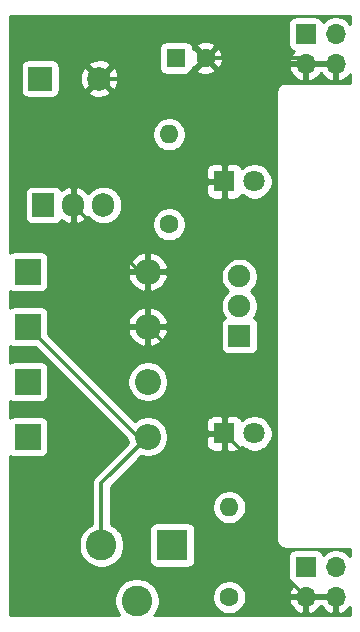
<source format=gbl>
%TF.GenerationSoftware,KiCad,Pcbnew,(5.1.6-0-10_14)*%
%TF.CreationDate,2020-11-27T13:54:23+01:00*%
%TF.ProjectId,Power_supply,506f7765-725f-4737-9570-706c792e6b69,rev?*%
%TF.SameCoordinates,Original*%
%TF.FileFunction,Copper,L2,Bot*%
%TF.FilePolarity,Positive*%
%FSLAX46Y46*%
G04 Gerber Fmt 4.6, Leading zero omitted, Abs format (unit mm)*
G04 Created by KiCad (PCBNEW (5.1.6-0-10_14)) date 2020-11-27 13:54:23*
%MOMM*%
%LPD*%
G01*
G04 APERTURE LIST*
%TA.AperFunction,ComponentPad*%
%ADD10R,2.000000X2.000000*%
%TD*%
%TA.AperFunction,ComponentPad*%
%ADD11C,2.000000*%
%TD*%
%TA.AperFunction,ComponentPad*%
%ADD12R,1.600000X1.600000*%
%TD*%
%TA.AperFunction,ComponentPad*%
%ADD13C,1.600000*%
%TD*%
%TA.AperFunction,ComponentPad*%
%ADD14R,2.200000X2.200000*%
%TD*%
%TA.AperFunction,ComponentPad*%
%ADD15O,2.200000X2.200000*%
%TD*%
%TA.AperFunction,ComponentPad*%
%ADD16C,1.800000*%
%TD*%
%TA.AperFunction,ComponentPad*%
%ADD17R,1.800000X1.800000*%
%TD*%
%TA.AperFunction,ComponentPad*%
%ADD18R,2.600000X2.600000*%
%TD*%
%TA.AperFunction,ComponentPad*%
%ADD19C,2.600000*%
%TD*%
%TA.AperFunction,ComponentPad*%
%ADD20R,1.700000X1.700000*%
%TD*%
%TA.AperFunction,ComponentPad*%
%ADD21O,1.700000X1.700000*%
%TD*%
%TA.AperFunction,ComponentPad*%
%ADD22O,1.600000X1.600000*%
%TD*%
%TA.AperFunction,ComponentPad*%
%ADD23R,1.900000X1.900000*%
%TD*%
%TA.AperFunction,ComponentPad*%
%ADD24C,1.900000*%
%TD*%
%TA.AperFunction,ComponentPad*%
%ADD25R,1.905000X2.000000*%
%TD*%
%TA.AperFunction,ComponentPad*%
%ADD26O,1.905000X2.000000*%
%TD*%
%TA.AperFunction,Conductor*%
%ADD27C,0.300000*%
%TD*%
%TA.AperFunction,Conductor*%
%ADD28C,0.254000*%
%TD*%
G04 APERTURE END LIST*
D10*
%TO.P,C1,1*%
%TO.N,/Vin*%
X121320000Y-87230000D03*
D11*
%TO.P,C1,2*%
%TO.N,/V-*%
X126320000Y-87230000D03*
%TD*%
D12*
%TO.P,C2,1*%
%TO.N,/Vout1*%
X132830000Y-85490000D03*
D13*
%TO.P,C2,2*%
%TO.N,/V-*%
X135330000Y-85490000D03*
%TD*%
D14*
%TO.P,D1,1*%
%TO.N,/Vin*%
X120260000Y-112893332D03*
D15*
%TO.P,D1,2*%
%TO.N,Net-(D1-Pad2)*%
X130420000Y-112893332D03*
%TD*%
%TO.P,D2,2*%
%TO.N,/V-*%
X130420000Y-103580000D03*
D14*
%TO.P,D2,1*%
%TO.N,Net-(D1-Pad2)*%
X120260000Y-103580000D03*
%TD*%
D15*
%TO.P,D3,2*%
%TO.N,Net-(D3-Pad2)*%
X130420000Y-117550000D03*
D14*
%TO.P,D3,1*%
%TO.N,/Vin*%
X120260000Y-117550000D03*
%TD*%
D15*
%TO.P,D4,2*%
%TO.N,/V-*%
X130420000Y-108236666D03*
D14*
%TO.P,D4,1*%
%TO.N,Net-(D3-Pad2)*%
X120260000Y-108236666D03*
%TD*%
D16*
%TO.P,D5,2*%
%TO.N,Net-(D5-Pad2)*%
X139455000Y-95940000D03*
D17*
%TO.P,D5,1*%
%TO.N,/V-*%
X136915000Y-95940000D03*
%TD*%
%TO.P,D6,1*%
%TO.N,/V-*%
X136915000Y-117280000D03*
D16*
%TO.P,D6,2*%
%TO.N,Net-(D6-Pad2)*%
X139455000Y-117280000D03*
%TD*%
D18*
%TO.P,J1,1*%
%TO.N,Net-(D1-Pad2)*%
X132500000Y-126730000D03*
D19*
%TO.P,J1,2*%
%TO.N,Net-(D3-Pad2)*%
X126500000Y-126730000D03*
%TO.P,J1,3*%
%TO.N,Net-(J1-Pad3)*%
X129500000Y-131430000D03*
%TD*%
D20*
%TO.P,J2,1*%
%TO.N,/Vout2*%
X143800000Y-83460000D03*
D21*
%TO.P,J2,2*%
X146340000Y-83460000D03*
%TO.P,J2,3*%
%TO.N,/V-*%
X143800000Y-86000000D03*
%TO.P,J2,4*%
X146340000Y-86000000D03*
%TD*%
%TO.P,J3,4*%
%TO.N,/V-*%
X146340000Y-131100000D03*
%TO.P,J3,3*%
X143800000Y-131100000D03*
%TO.P,J3,2*%
%TO.N,/Vout2*%
X146340000Y-128560000D03*
D20*
%TO.P,J3,1*%
X143800000Y-128560000D03*
%TD*%
D22*
%TO.P,R1,2*%
%TO.N,Net-(D5-Pad2)*%
X132240000Y-91960000D03*
D13*
%TO.P,R1,1*%
%TO.N,/Vout1*%
X132240000Y-99580000D03*
%TD*%
%TO.P,R2,1*%
%TO.N,/Vout2*%
X137330000Y-131150000D03*
D22*
%TO.P,R2,2*%
%TO.N,Net-(D6-Pad2)*%
X137330000Y-123530000D03*
%TD*%
D23*
%TO.P,SW1,1*%
%TO.N,/Vout2*%
X138190000Y-108990000D03*
D24*
%TO.P,SW1,2*%
%TO.N,/Vout1*%
X138190000Y-106490000D03*
%TO.P,SW1,3*%
%TO.N,Net-(SW1-Pad3)*%
X138190000Y-103990000D03*
%TD*%
D25*
%TO.P,U1,1*%
%TO.N,/Vin*%
X121590000Y-97940000D03*
D26*
%TO.P,U1,2*%
%TO.N,/V-*%
X124130000Y-97940000D03*
%TO.P,U1,3*%
%TO.N,/Vout1*%
X126670000Y-97940000D03*
%TD*%
D27*
%TO.N,/V-*%
X143800000Y-131100000D02*
X146340000Y-131100000D01*
X143800000Y-131100000D02*
X140460000Y-127760000D01*
X140460000Y-120825000D02*
X136915000Y-117280000D01*
X140460000Y-127760000D02*
X140460000Y-120825000D01*
X136915000Y-114731666D02*
X130420000Y-108236666D01*
X136915000Y-117280000D02*
X136915000Y-114731666D01*
X130420000Y-108236666D02*
X130420000Y-103580000D01*
X129770000Y-103580000D02*
X124130000Y-97940000D01*
X130420000Y-103580000D02*
X129770000Y-103580000D01*
X136915000Y-98640634D02*
X136915000Y-95940000D01*
X131975634Y-103580000D02*
X136915000Y-98640634D01*
X130420000Y-103580000D02*
X131975634Y-103580000D01*
X124130000Y-89420000D02*
X126320000Y-87230000D01*
X124130000Y-97940000D02*
X124130000Y-89420000D01*
X135240002Y-85490000D02*
X135330000Y-85490000D01*
X133500002Y-87230000D02*
X135240002Y-85490000D01*
X126320000Y-87230000D02*
X133500002Y-87230000D01*
X143290000Y-85490000D02*
X143800000Y-86000000D01*
X135330000Y-85490000D02*
X143290000Y-85490000D01*
X143800000Y-86000000D02*
X146340000Y-86000000D01*
%TO.N,Net-(D3-Pad2)*%
X126500000Y-121470000D02*
X130420000Y-117550000D01*
X126500000Y-126730000D02*
X126500000Y-121470000D01*
X129573334Y-117550000D02*
X120260000Y-108236666D01*
X130420000Y-117550000D02*
X129573334Y-117550000D01*
%TD*%
D28*
%TO.N,/V-*%
G36*
X147549000Y-82596467D02*
G01*
X147493475Y-82513368D01*
X147286632Y-82306525D01*
X147043411Y-82144010D01*
X146773158Y-82032068D01*
X146486260Y-81975000D01*
X146193740Y-81975000D01*
X145906842Y-82032068D01*
X145636589Y-82144010D01*
X145393368Y-82306525D01*
X145261513Y-82438380D01*
X145239502Y-82365820D01*
X145180537Y-82255506D01*
X145101185Y-82158815D01*
X145004494Y-82079463D01*
X144894180Y-82020498D01*
X144774482Y-81984188D01*
X144650000Y-81971928D01*
X142950000Y-81971928D01*
X142825518Y-81984188D01*
X142705820Y-82020498D01*
X142595506Y-82079463D01*
X142498815Y-82158815D01*
X142419463Y-82255506D01*
X142360498Y-82365820D01*
X142324188Y-82485518D01*
X142311928Y-82610000D01*
X142311928Y-84310000D01*
X142324188Y-84434482D01*
X142360498Y-84554180D01*
X142419463Y-84664494D01*
X142498815Y-84761185D01*
X142595506Y-84840537D01*
X142705820Y-84899502D01*
X142786466Y-84923966D01*
X142702412Y-84999731D01*
X142528359Y-85233080D01*
X142403175Y-85495901D01*
X142358524Y-85643110D01*
X142479845Y-85873000D01*
X143673000Y-85873000D01*
X143673000Y-85853000D01*
X143927000Y-85853000D01*
X143927000Y-85873000D01*
X146213000Y-85873000D01*
X146213000Y-85853000D01*
X146467000Y-85853000D01*
X146467000Y-85873000D01*
X146487000Y-85873000D01*
X146487000Y-86127000D01*
X146467000Y-86127000D01*
X146467000Y-87320814D01*
X146696891Y-87441481D01*
X146971252Y-87344157D01*
X147221355Y-87195178D01*
X147437588Y-87000269D01*
X147549001Y-86850900D01*
X147549001Y-87605000D01*
X142018419Y-87605000D01*
X141986000Y-87601807D01*
X141953581Y-87605000D01*
X141856617Y-87614550D01*
X141732207Y-87652290D01*
X141617550Y-87713575D01*
X141517052Y-87796052D01*
X141434575Y-87896550D01*
X141373290Y-88011207D01*
X141335550Y-88135617D01*
X141322807Y-88265000D01*
X141326000Y-88297419D01*
X141326001Y-126332571D01*
X141322807Y-126365000D01*
X141335550Y-126494383D01*
X141373290Y-126618793D01*
X141434575Y-126733450D01*
X141517052Y-126833948D01*
X141617550Y-126916425D01*
X141732207Y-126977710D01*
X141856617Y-127015450D01*
X141953581Y-127025000D01*
X141986000Y-127028193D01*
X142018419Y-127025000D01*
X147549001Y-127025000D01*
X147549001Y-127696468D01*
X147493475Y-127613368D01*
X147286632Y-127406525D01*
X147043411Y-127244010D01*
X146773158Y-127132068D01*
X146486260Y-127075000D01*
X146193740Y-127075000D01*
X145906842Y-127132068D01*
X145636589Y-127244010D01*
X145393368Y-127406525D01*
X145261513Y-127538380D01*
X145239502Y-127465820D01*
X145180537Y-127355506D01*
X145101185Y-127258815D01*
X145004494Y-127179463D01*
X144894180Y-127120498D01*
X144774482Y-127084188D01*
X144650000Y-127071928D01*
X142950000Y-127071928D01*
X142825518Y-127084188D01*
X142705820Y-127120498D01*
X142595506Y-127179463D01*
X142498815Y-127258815D01*
X142419463Y-127355506D01*
X142360498Y-127465820D01*
X142324188Y-127585518D01*
X142311928Y-127710000D01*
X142311928Y-129410000D01*
X142324188Y-129534482D01*
X142360498Y-129654180D01*
X142419463Y-129764494D01*
X142498815Y-129861185D01*
X142595506Y-129940537D01*
X142705820Y-129999502D01*
X142786466Y-130023966D01*
X142702412Y-130099731D01*
X142528359Y-130333080D01*
X142403175Y-130595901D01*
X142358524Y-130743110D01*
X142479845Y-130973000D01*
X143673000Y-130973000D01*
X143673000Y-130953000D01*
X143927000Y-130953000D01*
X143927000Y-130973000D01*
X146213000Y-130973000D01*
X146213000Y-130953000D01*
X146467000Y-130953000D01*
X146467000Y-130973000D01*
X146487000Y-130973000D01*
X146487000Y-131227000D01*
X146467000Y-131227000D01*
X146467000Y-132420814D01*
X146696891Y-132541481D01*
X146971252Y-132444157D01*
X147221355Y-132295178D01*
X147437588Y-132100269D01*
X147549000Y-131950901D01*
X147549000Y-132690000D01*
X130976504Y-132690000D01*
X131003013Y-132663491D01*
X131214775Y-132346566D01*
X131360639Y-131994419D01*
X131435000Y-131620581D01*
X131435000Y-131239419D01*
X131389101Y-131008665D01*
X135895000Y-131008665D01*
X135895000Y-131291335D01*
X135950147Y-131568574D01*
X136058320Y-131829727D01*
X136215363Y-132064759D01*
X136415241Y-132264637D01*
X136650273Y-132421680D01*
X136911426Y-132529853D01*
X137188665Y-132585000D01*
X137471335Y-132585000D01*
X137748574Y-132529853D01*
X138009727Y-132421680D01*
X138244759Y-132264637D01*
X138444637Y-132064759D01*
X138601680Y-131829727D01*
X138709853Y-131568574D01*
X138732068Y-131456890D01*
X142358524Y-131456890D01*
X142403175Y-131604099D01*
X142528359Y-131866920D01*
X142702412Y-132100269D01*
X142918645Y-132295178D01*
X143168748Y-132444157D01*
X143443109Y-132541481D01*
X143673000Y-132420814D01*
X143673000Y-131227000D01*
X143927000Y-131227000D01*
X143927000Y-132420814D01*
X144156891Y-132541481D01*
X144431252Y-132444157D01*
X144681355Y-132295178D01*
X144897588Y-132100269D01*
X145070000Y-131869120D01*
X145242412Y-132100269D01*
X145458645Y-132295178D01*
X145708748Y-132444157D01*
X145983109Y-132541481D01*
X146213000Y-132420814D01*
X146213000Y-131227000D01*
X143927000Y-131227000D01*
X143673000Y-131227000D01*
X142479845Y-131227000D01*
X142358524Y-131456890D01*
X138732068Y-131456890D01*
X138765000Y-131291335D01*
X138765000Y-131008665D01*
X138709853Y-130731426D01*
X138601680Y-130470273D01*
X138444637Y-130235241D01*
X138244759Y-130035363D01*
X138009727Y-129878320D01*
X137748574Y-129770147D01*
X137471335Y-129715000D01*
X137188665Y-129715000D01*
X136911426Y-129770147D01*
X136650273Y-129878320D01*
X136415241Y-130035363D01*
X136215363Y-130235241D01*
X136058320Y-130470273D01*
X135950147Y-130731426D01*
X135895000Y-131008665D01*
X131389101Y-131008665D01*
X131360639Y-130865581D01*
X131214775Y-130513434D01*
X131003013Y-130196509D01*
X130733491Y-129926987D01*
X130416566Y-129715225D01*
X130064419Y-129569361D01*
X129690581Y-129495000D01*
X129309419Y-129495000D01*
X128935581Y-129569361D01*
X128583434Y-129715225D01*
X128266509Y-129926987D01*
X127996987Y-130196509D01*
X127785225Y-130513434D01*
X127639361Y-130865581D01*
X127565000Y-131239419D01*
X127565000Y-131620581D01*
X127639361Y-131994419D01*
X127785225Y-132346566D01*
X127996987Y-132663491D01*
X128023496Y-132690000D01*
X118770000Y-132690000D01*
X118770000Y-119151398D01*
X118805506Y-119180537D01*
X118915820Y-119239502D01*
X119035518Y-119275812D01*
X119160000Y-119288072D01*
X121360000Y-119288072D01*
X121484482Y-119275812D01*
X121604180Y-119239502D01*
X121714494Y-119180537D01*
X121811185Y-119101185D01*
X121890537Y-119004494D01*
X121949502Y-118894180D01*
X121985812Y-118774482D01*
X121998072Y-118650000D01*
X121998072Y-116450000D01*
X121985812Y-116325518D01*
X121949502Y-116205820D01*
X121890537Y-116095506D01*
X121811185Y-115998815D01*
X121714494Y-115919463D01*
X121604180Y-115860498D01*
X121484482Y-115824188D01*
X121360000Y-115811928D01*
X119160000Y-115811928D01*
X119035518Y-115824188D01*
X118915820Y-115860498D01*
X118805506Y-115919463D01*
X118770000Y-115948602D01*
X118770000Y-114494730D01*
X118805506Y-114523869D01*
X118915820Y-114582834D01*
X119035518Y-114619144D01*
X119160000Y-114631404D01*
X121360000Y-114631404D01*
X121484482Y-114619144D01*
X121604180Y-114582834D01*
X121714494Y-114523869D01*
X121811185Y-114444517D01*
X121890537Y-114347826D01*
X121949502Y-114237512D01*
X121985812Y-114117814D01*
X121998072Y-113993332D01*
X121998072Y-111793332D01*
X121985812Y-111668850D01*
X121949502Y-111549152D01*
X121890537Y-111438838D01*
X121811185Y-111342147D01*
X121714494Y-111262795D01*
X121604180Y-111203830D01*
X121484482Y-111167520D01*
X121360000Y-111155260D01*
X119160000Y-111155260D01*
X119035518Y-111167520D01*
X118915820Y-111203830D01*
X118805506Y-111262795D01*
X118770000Y-111291934D01*
X118770000Y-109838064D01*
X118805506Y-109867203D01*
X118915820Y-109926168D01*
X119035518Y-109962478D01*
X119160000Y-109974738D01*
X120887915Y-109974738D01*
X128697649Y-117784473D01*
X128751675Y-118056081D01*
X128766931Y-118092912D01*
X125972185Y-120887658D01*
X125942237Y-120912236D01*
X125917659Y-120942184D01*
X125917655Y-120942188D01*
X125884690Y-120982356D01*
X125844139Y-121031767D01*
X125805177Y-121104660D01*
X125771246Y-121168141D01*
X125726359Y-121316114D01*
X125711203Y-121470000D01*
X125715001Y-121508563D01*
X125715000Y-124960728D01*
X125583434Y-125015225D01*
X125266509Y-125226987D01*
X124996987Y-125496509D01*
X124785225Y-125813434D01*
X124639361Y-126165581D01*
X124565000Y-126539419D01*
X124565000Y-126920581D01*
X124639361Y-127294419D01*
X124785225Y-127646566D01*
X124996987Y-127963491D01*
X125266509Y-128233013D01*
X125583434Y-128444775D01*
X125935581Y-128590639D01*
X126309419Y-128665000D01*
X126690581Y-128665000D01*
X127064419Y-128590639D01*
X127416566Y-128444775D01*
X127733491Y-128233013D01*
X128003013Y-127963491D01*
X128214775Y-127646566D01*
X128360639Y-127294419D01*
X128435000Y-126920581D01*
X128435000Y-126539419D01*
X128360639Y-126165581D01*
X128214775Y-125813434D01*
X128003013Y-125496509D01*
X127936504Y-125430000D01*
X130561928Y-125430000D01*
X130561928Y-128030000D01*
X130574188Y-128154482D01*
X130610498Y-128274180D01*
X130669463Y-128384494D01*
X130748815Y-128481185D01*
X130845506Y-128560537D01*
X130955820Y-128619502D01*
X131075518Y-128655812D01*
X131200000Y-128668072D01*
X133800000Y-128668072D01*
X133924482Y-128655812D01*
X134044180Y-128619502D01*
X134154494Y-128560537D01*
X134251185Y-128481185D01*
X134330537Y-128384494D01*
X134389502Y-128274180D01*
X134425812Y-128154482D01*
X134438072Y-128030000D01*
X134438072Y-125430000D01*
X134425812Y-125305518D01*
X134389502Y-125185820D01*
X134330537Y-125075506D01*
X134251185Y-124978815D01*
X134154494Y-124899463D01*
X134044180Y-124840498D01*
X133924482Y-124804188D01*
X133800000Y-124791928D01*
X131200000Y-124791928D01*
X131075518Y-124804188D01*
X130955820Y-124840498D01*
X130845506Y-124899463D01*
X130748815Y-124978815D01*
X130669463Y-125075506D01*
X130610498Y-125185820D01*
X130574188Y-125305518D01*
X130561928Y-125430000D01*
X127936504Y-125430000D01*
X127733491Y-125226987D01*
X127416566Y-125015225D01*
X127285000Y-124960729D01*
X127285000Y-123388665D01*
X135895000Y-123388665D01*
X135895000Y-123671335D01*
X135950147Y-123948574D01*
X136058320Y-124209727D01*
X136215363Y-124444759D01*
X136415241Y-124644637D01*
X136650273Y-124801680D01*
X136911426Y-124909853D01*
X137188665Y-124965000D01*
X137471335Y-124965000D01*
X137748574Y-124909853D01*
X138009727Y-124801680D01*
X138244759Y-124644637D01*
X138444637Y-124444759D01*
X138601680Y-124209727D01*
X138709853Y-123948574D01*
X138765000Y-123671335D01*
X138765000Y-123388665D01*
X138709853Y-123111426D01*
X138601680Y-122850273D01*
X138444637Y-122615241D01*
X138244759Y-122415363D01*
X138009727Y-122258320D01*
X137748574Y-122150147D01*
X137471335Y-122095000D01*
X137188665Y-122095000D01*
X136911426Y-122150147D01*
X136650273Y-122258320D01*
X136415241Y-122415363D01*
X136215363Y-122615241D01*
X136058320Y-122850273D01*
X135950147Y-123111426D01*
X135895000Y-123388665D01*
X127285000Y-123388665D01*
X127285000Y-121795157D01*
X129877088Y-119203069D01*
X129913919Y-119218325D01*
X130249117Y-119285000D01*
X130590883Y-119285000D01*
X130926081Y-119218325D01*
X131241831Y-119087537D01*
X131525998Y-118897663D01*
X131767663Y-118655998D01*
X131957537Y-118371831D01*
X132036996Y-118180000D01*
X135376928Y-118180000D01*
X135389188Y-118304482D01*
X135425498Y-118424180D01*
X135484463Y-118534494D01*
X135563815Y-118631185D01*
X135660506Y-118710537D01*
X135770820Y-118769502D01*
X135890518Y-118805812D01*
X136015000Y-118818072D01*
X136629250Y-118815000D01*
X136788000Y-118656250D01*
X136788000Y-117407000D01*
X135538750Y-117407000D01*
X135380000Y-117565750D01*
X135376928Y-118180000D01*
X132036996Y-118180000D01*
X132088325Y-118056081D01*
X132155000Y-117720883D01*
X132155000Y-117379117D01*
X132088325Y-117043919D01*
X131957537Y-116728169D01*
X131767663Y-116444002D01*
X131703661Y-116380000D01*
X135376928Y-116380000D01*
X135380000Y-116994250D01*
X135538750Y-117153000D01*
X136788000Y-117153000D01*
X136788000Y-115903750D01*
X137042000Y-115903750D01*
X137042000Y-117153000D01*
X137062000Y-117153000D01*
X137062000Y-117407000D01*
X137042000Y-117407000D01*
X137042000Y-118656250D01*
X137200750Y-118815000D01*
X137815000Y-118818072D01*
X137939482Y-118805812D01*
X138059180Y-118769502D01*
X138169494Y-118710537D01*
X138266185Y-118631185D01*
X138345537Y-118534494D01*
X138404502Y-118424180D01*
X138410056Y-118405873D01*
X138476495Y-118472312D01*
X138727905Y-118640299D01*
X139007257Y-118756011D01*
X139303816Y-118815000D01*
X139606184Y-118815000D01*
X139902743Y-118756011D01*
X140182095Y-118640299D01*
X140433505Y-118472312D01*
X140647312Y-118258505D01*
X140815299Y-118007095D01*
X140931011Y-117727743D01*
X140990000Y-117431184D01*
X140990000Y-117128816D01*
X140931011Y-116832257D01*
X140815299Y-116552905D01*
X140647312Y-116301495D01*
X140433505Y-116087688D01*
X140182095Y-115919701D01*
X139902743Y-115803989D01*
X139606184Y-115745000D01*
X139303816Y-115745000D01*
X139007257Y-115803989D01*
X138727905Y-115919701D01*
X138476495Y-116087688D01*
X138410056Y-116154127D01*
X138404502Y-116135820D01*
X138345537Y-116025506D01*
X138266185Y-115928815D01*
X138169494Y-115849463D01*
X138059180Y-115790498D01*
X137939482Y-115754188D01*
X137815000Y-115741928D01*
X137200750Y-115745000D01*
X137042000Y-115903750D01*
X136788000Y-115903750D01*
X136629250Y-115745000D01*
X136015000Y-115741928D01*
X135890518Y-115754188D01*
X135770820Y-115790498D01*
X135660506Y-115849463D01*
X135563815Y-115928815D01*
X135484463Y-116025506D01*
X135425498Y-116135820D01*
X135389188Y-116255518D01*
X135376928Y-116380000D01*
X131703661Y-116380000D01*
X131525998Y-116202337D01*
X131241831Y-116012463D01*
X130926081Y-115881675D01*
X130590883Y-115815000D01*
X130249117Y-115815000D01*
X129913919Y-115881675D01*
X129598169Y-116012463D01*
X129327086Y-116193594D01*
X125855941Y-112722449D01*
X128685000Y-112722449D01*
X128685000Y-113064215D01*
X128751675Y-113399413D01*
X128882463Y-113715163D01*
X129072337Y-113999330D01*
X129314002Y-114240995D01*
X129598169Y-114430869D01*
X129913919Y-114561657D01*
X130249117Y-114628332D01*
X130590883Y-114628332D01*
X130926081Y-114561657D01*
X131241831Y-114430869D01*
X131525998Y-114240995D01*
X131767663Y-113999330D01*
X131957537Y-113715163D01*
X132088325Y-113399413D01*
X132155000Y-113064215D01*
X132155000Y-112722449D01*
X132088325Y-112387251D01*
X131957537Y-112071501D01*
X131767663Y-111787334D01*
X131525998Y-111545669D01*
X131241831Y-111355795D01*
X130926081Y-111225007D01*
X130590883Y-111158332D01*
X130249117Y-111158332D01*
X129913919Y-111225007D01*
X129598169Y-111355795D01*
X129314002Y-111545669D01*
X129072337Y-111787334D01*
X128882463Y-112071501D01*
X128751675Y-112387251D01*
X128685000Y-112722449D01*
X125855941Y-112722449D01*
X121998072Y-108864581D01*
X121998072Y-108632788D01*
X128730825Y-108632788D01*
X128795425Y-108845760D01*
X128945469Y-109150995D01*
X129152178Y-109421093D01*
X129407609Y-109645674D01*
X129701946Y-109816108D01*
X130023877Y-109925845D01*
X130293000Y-109808266D01*
X130293000Y-108363666D01*
X130547000Y-108363666D01*
X130547000Y-109808266D01*
X130816123Y-109925845D01*
X131138054Y-109816108D01*
X131432391Y-109645674D01*
X131687822Y-109421093D01*
X131894531Y-109150995D01*
X132044575Y-108845760D01*
X132109175Y-108632788D01*
X131991125Y-108363666D01*
X130547000Y-108363666D01*
X130293000Y-108363666D01*
X128848875Y-108363666D01*
X128730825Y-108632788D01*
X121998072Y-108632788D01*
X121998072Y-107840544D01*
X128730825Y-107840544D01*
X128848875Y-108109666D01*
X130293000Y-108109666D01*
X130293000Y-106665066D01*
X130547000Y-106665066D01*
X130547000Y-108109666D01*
X131991125Y-108109666D01*
X132021683Y-108040000D01*
X136601928Y-108040000D01*
X136601928Y-109940000D01*
X136614188Y-110064482D01*
X136650498Y-110184180D01*
X136709463Y-110294494D01*
X136788815Y-110391185D01*
X136885506Y-110470537D01*
X136995820Y-110529502D01*
X137115518Y-110565812D01*
X137240000Y-110578072D01*
X139140000Y-110578072D01*
X139264482Y-110565812D01*
X139384180Y-110529502D01*
X139494494Y-110470537D01*
X139591185Y-110391185D01*
X139670537Y-110294494D01*
X139729502Y-110184180D01*
X139765812Y-110064482D01*
X139778072Y-109940000D01*
X139778072Y-108040000D01*
X139765812Y-107915518D01*
X139729502Y-107795820D01*
X139670537Y-107685506D01*
X139591185Y-107588815D01*
X139494494Y-107509463D01*
X139435979Y-107478186D01*
X139594609Y-107240779D01*
X139714089Y-106952327D01*
X139775000Y-106646109D01*
X139775000Y-106333891D01*
X139714089Y-106027673D01*
X139594609Y-105739221D01*
X139421150Y-105479621D01*
X139200379Y-105258850D01*
X139172168Y-105240000D01*
X139200379Y-105221150D01*
X139421150Y-105000379D01*
X139594609Y-104740779D01*
X139714089Y-104452327D01*
X139775000Y-104146109D01*
X139775000Y-103833891D01*
X139714089Y-103527673D01*
X139594609Y-103239221D01*
X139421150Y-102979621D01*
X139200379Y-102758850D01*
X138940779Y-102585391D01*
X138652327Y-102465911D01*
X138346109Y-102405000D01*
X138033891Y-102405000D01*
X137727673Y-102465911D01*
X137439221Y-102585391D01*
X137179621Y-102758850D01*
X136958850Y-102979621D01*
X136785391Y-103239221D01*
X136665911Y-103527673D01*
X136605000Y-103833891D01*
X136605000Y-104146109D01*
X136665911Y-104452327D01*
X136785391Y-104740779D01*
X136958850Y-105000379D01*
X137179621Y-105221150D01*
X137207832Y-105240000D01*
X137179621Y-105258850D01*
X136958850Y-105479621D01*
X136785391Y-105739221D01*
X136665911Y-106027673D01*
X136605000Y-106333891D01*
X136605000Y-106646109D01*
X136665911Y-106952327D01*
X136785391Y-107240779D01*
X136944021Y-107478186D01*
X136885506Y-107509463D01*
X136788815Y-107588815D01*
X136709463Y-107685506D01*
X136650498Y-107795820D01*
X136614188Y-107915518D01*
X136601928Y-108040000D01*
X132021683Y-108040000D01*
X132109175Y-107840544D01*
X132044575Y-107627572D01*
X131894531Y-107322337D01*
X131687822Y-107052239D01*
X131432391Y-106827658D01*
X131138054Y-106657224D01*
X130816123Y-106547487D01*
X130547000Y-106665066D01*
X130293000Y-106665066D01*
X130023877Y-106547487D01*
X129701946Y-106657224D01*
X129407609Y-106827658D01*
X129152178Y-107052239D01*
X128945469Y-107322337D01*
X128795425Y-107627572D01*
X128730825Y-107840544D01*
X121998072Y-107840544D01*
X121998072Y-107136666D01*
X121985812Y-107012184D01*
X121949502Y-106892486D01*
X121890537Y-106782172D01*
X121811185Y-106685481D01*
X121714494Y-106606129D01*
X121604180Y-106547164D01*
X121484482Y-106510854D01*
X121360000Y-106498594D01*
X119160000Y-106498594D01*
X119035518Y-106510854D01*
X118915820Y-106547164D01*
X118805506Y-106606129D01*
X118770000Y-106635268D01*
X118770000Y-105181398D01*
X118805506Y-105210537D01*
X118915820Y-105269502D01*
X119035518Y-105305812D01*
X119160000Y-105318072D01*
X121360000Y-105318072D01*
X121484482Y-105305812D01*
X121604180Y-105269502D01*
X121714494Y-105210537D01*
X121811185Y-105131185D01*
X121890537Y-105034494D01*
X121949502Y-104924180D01*
X121985812Y-104804482D01*
X121998072Y-104680000D01*
X121998072Y-103976122D01*
X128730825Y-103976122D01*
X128795425Y-104189094D01*
X128945469Y-104494329D01*
X129152178Y-104764427D01*
X129407609Y-104989008D01*
X129701946Y-105159442D01*
X130023877Y-105269179D01*
X130293000Y-105151600D01*
X130293000Y-103707000D01*
X130547000Y-103707000D01*
X130547000Y-105151600D01*
X130816123Y-105269179D01*
X131138054Y-105159442D01*
X131432391Y-104989008D01*
X131687822Y-104764427D01*
X131894531Y-104494329D01*
X132044575Y-104189094D01*
X132109175Y-103976122D01*
X131991125Y-103707000D01*
X130547000Y-103707000D01*
X130293000Y-103707000D01*
X128848875Y-103707000D01*
X128730825Y-103976122D01*
X121998072Y-103976122D01*
X121998072Y-103183878D01*
X128730825Y-103183878D01*
X128848875Y-103453000D01*
X130293000Y-103453000D01*
X130293000Y-102008400D01*
X130547000Y-102008400D01*
X130547000Y-103453000D01*
X131991125Y-103453000D01*
X132109175Y-103183878D01*
X132044575Y-102970906D01*
X131894531Y-102665671D01*
X131687822Y-102395573D01*
X131432391Y-102170992D01*
X131138054Y-102000558D01*
X130816123Y-101890821D01*
X130547000Y-102008400D01*
X130293000Y-102008400D01*
X130023877Y-101890821D01*
X129701946Y-102000558D01*
X129407609Y-102170992D01*
X129152178Y-102395573D01*
X128945469Y-102665671D01*
X128795425Y-102970906D01*
X128730825Y-103183878D01*
X121998072Y-103183878D01*
X121998072Y-102480000D01*
X121985812Y-102355518D01*
X121949502Y-102235820D01*
X121890537Y-102125506D01*
X121811185Y-102028815D01*
X121714494Y-101949463D01*
X121604180Y-101890498D01*
X121484482Y-101854188D01*
X121360000Y-101841928D01*
X119160000Y-101841928D01*
X119035518Y-101854188D01*
X118915820Y-101890498D01*
X118805506Y-101949463D01*
X118770000Y-101978602D01*
X118770000Y-96940000D01*
X119999428Y-96940000D01*
X119999428Y-98940000D01*
X120011688Y-99064482D01*
X120047998Y-99184180D01*
X120106963Y-99294494D01*
X120186315Y-99391185D01*
X120283006Y-99470537D01*
X120393320Y-99529502D01*
X120513018Y-99565812D01*
X120637500Y-99578072D01*
X122542500Y-99578072D01*
X122666982Y-99565812D01*
X122786680Y-99529502D01*
X122896994Y-99470537D01*
X122993685Y-99391185D01*
X123073037Y-99294494D01*
X123122059Y-99202781D01*
X123263077Y-99315969D01*
X123538906Y-99459571D01*
X123757020Y-99530563D01*
X124003000Y-99410594D01*
X124003000Y-98067000D01*
X123983000Y-98067000D01*
X123983000Y-97813000D01*
X124003000Y-97813000D01*
X124003000Y-96469406D01*
X124257000Y-96469406D01*
X124257000Y-97813000D01*
X124277000Y-97813000D01*
X124277000Y-98067000D01*
X124257000Y-98067000D01*
X124257000Y-99410594D01*
X124502980Y-99530563D01*
X124721094Y-99459571D01*
X124996923Y-99315969D01*
X125239437Y-99121315D01*
X125394837Y-98936101D01*
X125542037Y-99115463D01*
X125783766Y-99313845D01*
X126059552Y-99461255D01*
X126358797Y-99552030D01*
X126670000Y-99582681D01*
X126981204Y-99552030D01*
X127280449Y-99461255D01*
X127322712Y-99438665D01*
X130805000Y-99438665D01*
X130805000Y-99721335D01*
X130860147Y-99998574D01*
X130968320Y-100259727D01*
X131125363Y-100494759D01*
X131325241Y-100694637D01*
X131560273Y-100851680D01*
X131821426Y-100959853D01*
X132098665Y-101015000D01*
X132381335Y-101015000D01*
X132658574Y-100959853D01*
X132919727Y-100851680D01*
X133154759Y-100694637D01*
X133354637Y-100494759D01*
X133511680Y-100259727D01*
X133619853Y-99998574D01*
X133675000Y-99721335D01*
X133675000Y-99438665D01*
X133619853Y-99161426D01*
X133511680Y-98900273D01*
X133354637Y-98665241D01*
X133154759Y-98465363D01*
X132919727Y-98308320D01*
X132658574Y-98200147D01*
X132381335Y-98145000D01*
X132098665Y-98145000D01*
X131821426Y-98200147D01*
X131560273Y-98308320D01*
X131325241Y-98465363D01*
X131125363Y-98665241D01*
X130968320Y-98900273D01*
X130860147Y-99161426D01*
X130805000Y-99438665D01*
X127322712Y-99438665D01*
X127556235Y-99313845D01*
X127797963Y-99115463D01*
X127996345Y-98873734D01*
X128143755Y-98597948D01*
X128234530Y-98298703D01*
X128257500Y-98065485D01*
X128257500Y-97814514D01*
X128234530Y-97581296D01*
X128143755Y-97282051D01*
X127996345Y-97006265D01*
X127859895Y-96840000D01*
X135376928Y-96840000D01*
X135389188Y-96964482D01*
X135425498Y-97084180D01*
X135484463Y-97194494D01*
X135563815Y-97291185D01*
X135660506Y-97370537D01*
X135770820Y-97429502D01*
X135890518Y-97465812D01*
X136015000Y-97478072D01*
X136629250Y-97475000D01*
X136788000Y-97316250D01*
X136788000Y-96067000D01*
X135538750Y-96067000D01*
X135380000Y-96225750D01*
X135376928Y-96840000D01*
X127859895Y-96840000D01*
X127797963Y-96764537D01*
X127556234Y-96566155D01*
X127280448Y-96418745D01*
X126981203Y-96327970D01*
X126670000Y-96297319D01*
X126358796Y-96327970D01*
X126059551Y-96418745D01*
X125783765Y-96566155D01*
X125542037Y-96764537D01*
X125394838Y-96943900D01*
X125239437Y-96758685D01*
X124996923Y-96564031D01*
X124721094Y-96420429D01*
X124502980Y-96349437D01*
X124257000Y-96469406D01*
X124003000Y-96469406D01*
X123757020Y-96349437D01*
X123538906Y-96420429D01*
X123263077Y-96564031D01*
X123122059Y-96677219D01*
X123073037Y-96585506D01*
X122993685Y-96488815D01*
X122896994Y-96409463D01*
X122786680Y-96350498D01*
X122666982Y-96314188D01*
X122542500Y-96301928D01*
X120637500Y-96301928D01*
X120513018Y-96314188D01*
X120393320Y-96350498D01*
X120283006Y-96409463D01*
X120186315Y-96488815D01*
X120106963Y-96585506D01*
X120047998Y-96695820D01*
X120011688Y-96815518D01*
X119999428Y-96940000D01*
X118770000Y-96940000D01*
X118770000Y-95040000D01*
X135376928Y-95040000D01*
X135380000Y-95654250D01*
X135538750Y-95813000D01*
X136788000Y-95813000D01*
X136788000Y-94563750D01*
X137042000Y-94563750D01*
X137042000Y-95813000D01*
X137062000Y-95813000D01*
X137062000Y-96067000D01*
X137042000Y-96067000D01*
X137042000Y-97316250D01*
X137200750Y-97475000D01*
X137815000Y-97478072D01*
X137939482Y-97465812D01*
X138059180Y-97429502D01*
X138169494Y-97370537D01*
X138266185Y-97291185D01*
X138345537Y-97194494D01*
X138404502Y-97084180D01*
X138410056Y-97065873D01*
X138476495Y-97132312D01*
X138727905Y-97300299D01*
X139007257Y-97416011D01*
X139303816Y-97475000D01*
X139606184Y-97475000D01*
X139902743Y-97416011D01*
X140182095Y-97300299D01*
X140433505Y-97132312D01*
X140647312Y-96918505D01*
X140815299Y-96667095D01*
X140931011Y-96387743D01*
X140990000Y-96091184D01*
X140990000Y-95788816D01*
X140931011Y-95492257D01*
X140815299Y-95212905D01*
X140647312Y-94961495D01*
X140433505Y-94747688D01*
X140182095Y-94579701D01*
X139902743Y-94463989D01*
X139606184Y-94405000D01*
X139303816Y-94405000D01*
X139007257Y-94463989D01*
X138727905Y-94579701D01*
X138476495Y-94747688D01*
X138410056Y-94814127D01*
X138404502Y-94795820D01*
X138345537Y-94685506D01*
X138266185Y-94588815D01*
X138169494Y-94509463D01*
X138059180Y-94450498D01*
X137939482Y-94414188D01*
X137815000Y-94401928D01*
X137200750Y-94405000D01*
X137042000Y-94563750D01*
X136788000Y-94563750D01*
X136629250Y-94405000D01*
X136015000Y-94401928D01*
X135890518Y-94414188D01*
X135770820Y-94450498D01*
X135660506Y-94509463D01*
X135563815Y-94588815D01*
X135484463Y-94685506D01*
X135425498Y-94795820D01*
X135389188Y-94915518D01*
X135376928Y-95040000D01*
X118770000Y-95040000D01*
X118770000Y-91818665D01*
X130805000Y-91818665D01*
X130805000Y-92101335D01*
X130860147Y-92378574D01*
X130968320Y-92639727D01*
X131125363Y-92874759D01*
X131325241Y-93074637D01*
X131560273Y-93231680D01*
X131821426Y-93339853D01*
X132098665Y-93395000D01*
X132381335Y-93395000D01*
X132658574Y-93339853D01*
X132919727Y-93231680D01*
X133154759Y-93074637D01*
X133354637Y-92874759D01*
X133511680Y-92639727D01*
X133619853Y-92378574D01*
X133675000Y-92101335D01*
X133675000Y-91818665D01*
X133619853Y-91541426D01*
X133511680Y-91280273D01*
X133354637Y-91045241D01*
X133154759Y-90845363D01*
X132919727Y-90688320D01*
X132658574Y-90580147D01*
X132381335Y-90525000D01*
X132098665Y-90525000D01*
X131821426Y-90580147D01*
X131560273Y-90688320D01*
X131325241Y-90845363D01*
X131125363Y-91045241D01*
X130968320Y-91280273D01*
X130860147Y-91541426D01*
X130805000Y-91818665D01*
X118770000Y-91818665D01*
X118770000Y-86230000D01*
X119681928Y-86230000D01*
X119681928Y-88230000D01*
X119694188Y-88354482D01*
X119730498Y-88474180D01*
X119789463Y-88584494D01*
X119868815Y-88681185D01*
X119965506Y-88760537D01*
X120075820Y-88819502D01*
X120195518Y-88855812D01*
X120320000Y-88868072D01*
X122320000Y-88868072D01*
X122444482Y-88855812D01*
X122564180Y-88819502D01*
X122674494Y-88760537D01*
X122771185Y-88681185D01*
X122850537Y-88584494D01*
X122909502Y-88474180D01*
X122942496Y-88365413D01*
X125364192Y-88365413D01*
X125459956Y-88629814D01*
X125749571Y-88770704D01*
X126061108Y-88852384D01*
X126382595Y-88871718D01*
X126701675Y-88827961D01*
X127006088Y-88722795D01*
X127180044Y-88629814D01*
X127275808Y-88365413D01*
X126320000Y-87409605D01*
X125364192Y-88365413D01*
X122942496Y-88365413D01*
X122945812Y-88354482D01*
X122958072Y-88230000D01*
X122958072Y-87292595D01*
X124678282Y-87292595D01*
X124722039Y-87611675D01*
X124827205Y-87916088D01*
X124920186Y-88090044D01*
X125184587Y-88185808D01*
X126140395Y-87230000D01*
X126499605Y-87230000D01*
X127455413Y-88185808D01*
X127719814Y-88090044D01*
X127860704Y-87800429D01*
X127942384Y-87488892D01*
X127961718Y-87167405D01*
X127917961Y-86848325D01*
X127812795Y-86543912D01*
X127719814Y-86369956D01*
X127455413Y-86274192D01*
X126499605Y-87230000D01*
X126140395Y-87230000D01*
X125184587Y-86274192D01*
X124920186Y-86369956D01*
X124779296Y-86659571D01*
X124697616Y-86971108D01*
X124678282Y-87292595D01*
X122958072Y-87292595D01*
X122958072Y-86230000D01*
X122945812Y-86105518D01*
X122942497Y-86094587D01*
X125364192Y-86094587D01*
X126320000Y-87050395D01*
X127275808Y-86094587D01*
X127180044Y-85830186D01*
X126890429Y-85689296D01*
X126578892Y-85607616D01*
X126257405Y-85588282D01*
X125938325Y-85632039D01*
X125633912Y-85737205D01*
X125459956Y-85830186D01*
X125364192Y-86094587D01*
X122942497Y-86094587D01*
X122909502Y-85985820D01*
X122850537Y-85875506D01*
X122771185Y-85778815D01*
X122674494Y-85699463D01*
X122564180Y-85640498D01*
X122444482Y-85604188D01*
X122320000Y-85591928D01*
X120320000Y-85591928D01*
X120195518Y-85604188D01*
X120075820Y-85640498D01*
X119965506Y-85699463D01*
X119868815Y-85778815D01*
X119789463Y-85875506D01*
X119730498Y-85985820D01*
X119694188Y-86105518D01*
X119681928Y-86230000D01*
X118770000Y-86230000D01*
X118770000Y-84690000D01*
X131391928Y-84690000D01*
X131391928Y-86290000D01*
X131404188Y-86414482D01*
X131440498Y-86534180D01*
X131499463Y-86644494D01*
X131578815Y-86741185D01*
X131675506Y-86820537D01*
X131785820Y-86879502D01*
X131905518Y-86915812D01*
X132030000Y-86928072D01*
X133630000Y-86928072D01*
X133754482Y-86915812D01*
X133874180Y-86879502D01*
X133984494Y-86820537D01*
X134081185Y-86741185D01*
X134160537Y-86644494D01*
X134219502Y-86534180D01*
X134235117Y-86482702D01*
X134516903Y-86482702D01*
X134588486Y-86726671D01*
X134843996Y-86847571D01*
X135118184Y-86916300D01*
X135400512Y-86930217D01*
X135680130Y-86888787D01*
X135946292Y-86793603D01*
X136071514Y-86726671D01*
X136143097Y-86482702D01*
X136017285Y-86356890D01*
X142358524Y-86356890D01*
X142403175Y-86504099D01*
X142528359Y-86766920D01*
X142702412Y-87000269D01*
X142918645Y-87195178D01*
X143168748Y-87344157D01*
X143443109Y-87441481D01*
X143673000Y-87320814D01*
X143673000Y-86127000D01*
X143927000Y-86127000D01*
X143927000Y-87320814D01*
X144156891Y-87441481D01*
X144431252Y-87344157D01*
X144681355Y-87195178D01*
X144897588Y-87000269D01*
X145070000Y-86769120D01*
X145242412Y-87000269D01*
X145458645Y-87195178D01*
X145708748Y-87344157D01*
X145983109Y-87441481D01*
X146213000Y-87320814D01*
X146213000Y-86127000D01*
X143927000Y-86127000D01*
X143673000Y-86127000D01*
X142479845Y-86127000D01*
X142358524Y-86356890D01*
X136017285Y-86356890D01*
X135330000Y-85669605D01*
X134516903Y-86482702D01*
X134235117Y-86482702D01*
X134255812Y-86414482D01*
X134268072Y-86290000D01*
X134268072Y-86282785D01*
X134337298Y-86303097D01*
X135150395Y-85490000D01*
X135509605Y-85490000D01*
X136322702Y-86303097D01*
X136566671Y-86231514D01*
X136687571Y-85976004D01*
X136756300Y-85701816D01*
X136770217Y-85419488D01*
X136728787Y-85139870D01*
X136633603Y-84873708D01*
X136566671Y-84748486D01*
X136322702Y-84676903D01*
X135509605Y-85490000D01*
X135150395Y-85490000D01*
X134337298Y-84676903D01*
X134268072Y-84697215D01*
X134268072Y-84690000D01*
X134255812Y-84565518D01*
X134235118Y-84497298D01*
X134516903Y-84497298D01*
X135330000Y-85310395D01*
X136143097Y-84497298D01*
X136071514Y-84253329D01*
X135816004Y-84132429D01*
X135541816Y-84063700D01*
X135259488Y-84049783D01*
X134979870Y-84091213D01*
X134713708Y-84186397D01*
X134588486Y-84253329D01*
X134516903Y-84497298D01*
X134235118Y-84497298D01*
X134219502Y-84445820D01*
X134160537Y-84335506D01*
X134081185Y-84238815D01*
X133984494Y-84159463D01*
X133874180Y-84100498D01*
X133754482Y-84064188D01*
X133630000Y-84051928D01*
X132030000Y-84051928D01*
X131905518Y-84064188D01*
X131785820Y-84100498D01*
X131675506Y-84159463D01*
X131578815Y-84238815D01*
X131499463Y-84335506D01*
X131440498Y-84445820D01*
X131404188Y-84565518D01*
X131391928Y-84690000D01*
X118770000Y-84690000D01*
X118770000Y-81940000D01*
X147549000Y-81940000D01*
X147549000Y-82596467D01*
G37*
X147549000Y-82596467D02*
X147493475Y-82513368D01*
X147286632Y-82306525D01*
X147043411Y-82144010D01*
X146773158Y-82032068D01*
X146486260Y-81975000D01*
X146193740Y-81975000D01*
X145906842Y-82032068D01*
X145636589Y-82144010D01*
X145393368Y-82306525D01*
X145261513Y-82438380D01*
X145239502Y-82365820D01*
X145180537Y-82255506D01*
X145101185Y-82158815D01*
X145004494Y-82079463D01*
X144894180Y-82020498D01*
X144774482Y-81984188D01*
X144650000Y-81971928D01*
X142950000Y-81971928D01*
X142825518Y-81984188D01*
X142705820Y-82020498D01*
X142595506Y-82079463D01*
X142498815Y-82158815D01*
X142419463Y-82255506D01*
X142360498Y-82365820D01*
X142324188Y-82485518D01*
X142311928Y-82610000D01*
X142311928Y-84310000D01*
X142324188Y-84434482D01*
X142360498Y-84554180D01*
X142419463Y-84664494D01*
X142498815Y-84761185D01*
X142595506Y-84840537D01*
X142705820Y-84899502D01*
X142786466Y-84923966D01*
X142702412Y-84999731D01*
X142528359Y-85233080D01*
X142403175Y-85495901D01*
X142358524Y-85643110D01*
X142479845Y-85873000D01*
X143673000Y-85873000D01*
X143673000Y-85853000D01*
X143927000Y-85853000D01*
X143927000Y-85873000D01*
X146213000Y-85873000D01*
X146213000Y-85853000D01*
X146467000Y-85853000D01*
X146467000Y-85873000D01*
X146487000Y-85873000D01*
X146487000Y-86127000D01*
X146467000Y-86127000D01*
X146467000Y-87320814D01*
X146696891Y-87441481D01*
X146971252Y-87344157D01*
X147221355Y-87195178D01*
X147437588Y-87000269D01*
X147549001Y-86850900D01*
X147549001Y-87605000D01*
X142018419Y-87605000D01*
X141986000Y-87601807D01*
X141953581Y-87605000D01*
X141856617Y-87614550D01*
X141732207Y-87652290D01*
X141617550Y-87713575D01*
X141517052Y-87796052D01*
X141434575Y-87896550D01*
X141373290Y-88011207D01*
X141335550Y-88135617D01*
X141322807Y-88265000D01*
X141326000Y-88297419D01*
X141326001Y-126332571D01*
X141322807Y-126365000D01*
X141335550Y-126494383D01*
X141373290Y-126618793D01*
X141434575Y-126733450D01*
X141517052Y-126833948D01*
X141617550Y-126916425D01*
X141732207Y-126977710D01*
X141856617Y-127015450D01*
X141953581Y-127025000D01*
X141986000Y-127028193D01*
X142018419Y-127025000D01*
X147549001Y-127025000D01*
X147549001Y-127696468D01*
X147493475Y-127613368D01*
X147286632Y-127406525D01*
X147043411Y-127244010D01*
X146773158Y-127132068D01*
X146486260Y-127075000D01*
X146193740Y-127075000D01*
X145906842Y-127132068D01*
X145636589Y-127244010D01*
X145393368Y-127406525D01*
X145261513Y-127538380D01*
X145239502Y-127465820D01*
X145180537Y-127355506D01*
X145101185Y-127258815D01*
X145004494Y-127179463D01*
X144894180Y-127120498D01*
X144774482Y-127084188D01*
X144650000Y-127071928D01*
X142950000Y-127071928D01*
X142825518Y-127084188D01*
X142705820Y-127120498D01*
X142595506Y-127179463D01*
X142498815Y-127258815D01*
X142419463Y-127355506D01*
X142360498Y-127465820D01*
X142324188Y-127585518D01*
X142311928Y-127710000D01*
X142311928Y-129410000D01*
X142324188Y-129534482D01*
X142360498Y-129654180D01*
X142419463Y-129764494D01*
X142498815Y-129861185D01*
X142595506Y-129940537D01*
X142705820Y-129999502D01*
X142786466Y-130023966D01*
X142702412Y-130099731D01*
X142528359Y-130333080D01*
X142403175Y-130595901D01*
X142358524Y-130743110D01*
X142479845Y-130973000D01*
X143673000Y-130973000D01*
X143673000Y-130953000D01*
X143927000Y-130953000D01*
X143927000Y-130973000D01*
X146213000Y-130973000D01*
X146213000Y-130953000D01*
X146467000Y-130953000D01*
X146467000Y-130973000D01*
X146487000Y-130973000D01*
X146487000Y-131227000D01*
X146467000Y-131227000D01*
X146467000Y-132420814D01*
X146696891Y-132541481D01*
X146971252Y-132444157D01*
X147221355Y-132295178D01*
X147437588Y-132100269D01*
X147549000Y-131950901D01*
X147549000Y-132690000D01*
X130976504Y-132690000D01*
X131003013Y-132663491D01*
X131214775Y-132346566D01*
X131360639Y-131994419D01*
X131435000Y-131620581D01*
X131435000Y-131239419D01*
X131389101Y-131008665D01*
X135895000Y-131008665D01*
X135895000Y-131291335D01*
X135950147Y-131568574D01*
X136058320Y-131829727D01*
X136215363Y-132064759D01*
X136415241Y-132264637D01*
X136650273Y-132421680D01*
X136911426Y-132529853D01*
X137188665Y-132585000D01*
X137471335Y-132585000D01*
X137748574Y-132529853D01*
X138009727Y-132421680D01*
X138244759Y-132264637D01*
X138444637Y-132064759D01*
X138601680Y-131829727D01*
X138709853Y-131568574D01*
X138732068Y-131456890D01*
X142358524Y-131456890D01*
X142403175Y-131604099D01*
X142528359Y-131866920D01*
X142702412Y-132100269D01*
X142918645Y-132295178D01*
X143168748Y-132444157D01*
X143443109Y-132541481D01*
X143673000Y-132420814D01*
X143673000Y-131227000D01*
X143927000Y-131227000D01*
X143927000Y-132420814D01*
X144156891Y-132541481D01*
X144431252Y-132444157D01*
X144681355Y-132295178D01*
X144897588Y-132100269D01*
X145070000Y-131869120D01*
X145242412Y-132100269D01*
X145458645Y-132295178D01*
X145708748Y-132444157D01*
X145983109Y-132541481D01*
X146213000Y-132420814D01*
X146213000Y-131227000D01*
X143927000Y-131227000D01*
X143673000Y-131227000D01*
X142479845Y-131227000D01*
X142358524Y-131456890D01*
X138732068Y-131456890D01*
X138765000Y-131291335D01*
X138765000Y-131008665D01*
X138709853Y-130731426D01*
X138601680Y-130470273D01*
X138444637Y-130235241D01*
X138244759Y-130035363D01*
X138009727Y-129878320D01*
X137748574Y-129770147D01*
X137471335Y-129715000D01*
X137188665Y-129715000D01*
X136911426Y-129770147D01*
X136650273Y-129878320D01*
X136415241Y-130035363D01*
X136215363Y-130235241D01*
X136058320Y-130470273D01*
X135950147Y-130731426D01*
X135895000Y-131008665D01*
X131389101Y-131008665D01*
X131360639Y-130865581D01*
X131214775Y-130513434D01*
X131003013Y-130196509D01*
X130733491Y-129926987D01*
X130416566Y-129715225D01*
X130064419Y-129569361D01*
X129690581Y-129495000D01*
X129309419Y-129495000D01*
X128935581Y-129569361D01*
X128583434Y-129715225D01*
X128266509Y-129926987D01*
X127996987Y-130196509D01*
X127785225Y-130513434D01*
X127639361Y-130865581D01*
X127565000Y-131239419D01*
X127565000Y-131620581D01*
X127639361Y-131994419D01*
X127785225Y-132346566D01*
X127996987Y-132663491D01*
X128023496Y-132690000D01*
X118770000Y-132690000D01*
X118770000Y-119151398D01*
X118805506Y-119180537D01*
X118915820Y-119239502D01*
X119035518Y-119275812D01*
X119160000Y-119288072D01*
X121360000Y-119288072D01*
X121484482Y-119275812D01*
X121604180Y-119239502D01*
X121714494Y-119180537D01*
X121811185Y-119101185D01*
X121890537Y-119004494D01*
X121949502Y-118894180D01*
X121985812Y-118774482D01*
X121998072Y-118650000D01*
X121998072Y-116450000D01*
X121985812Y-116325518D01*
X121949502Y-116205820D01*
X121890537Y-116095506D01*
X121811185Y-115998815D01*
X121714494Y-115919463D01*
X121604180Y-115860498D01*
X121484482Y-115824188D01*
X121360000Y-115811928D01*
X119160000Y-115811928D01*
X119035518Y-115824188D01*
X118915820Y-115860498D01*
X118805506Y-115919463D01*
X118770000Y-115948602D01*
X118770000Y-114494730D01*
X118805506Y-114523869D01*
X118915820Y-114582834D01*
X119035518Y-114619144D01*
X119160000Y-114631404D01*
X121360000Y-114631404D01*
X121484482Y-114619144D01*
X121604180Y-114582834D01*
X121714494Y-114523869D01*
X121811185Y-114444517D01*
X121890537Y-114347826D01*
X121949502Y-114237512D01*
X121985812Y-114117814D01*
X121998072Y-113993332D01*
X121998072Y-111793332D01*
X121985812Y-111668850D01*
X121949502Y-111549152D01*
X121890537Y-111438838D01*
X121811185Y-111342147D01*
X121714494Y-111262795D01*
X121604180Y-111203830D01*
X121484482Y-111167520D01*
X121360000Y-111155260D01*
X119160000Y-111155260D01*
X119035518Y-111167520D01*
X118915820Y-111203830D01*
X118805506Y-111262795D01*
X118770000Y-111291934D01*
X118770000Y-109838064D01*
X118805506Y-109867203D01*
X118915820Y-109926168D01*
X119035518Y-109962478D01*
X119160000Y-109974738D01*
X120887915Y-109974738D01*
X128697649Y-117784473D01*
X128751675Y-118056081D01*
X128766931Y-118092912D01*
X125972185Y-120887658D01*
X125942237Y-120912236D01*
X125917659Y-120942184D01*
X125917655Y-120942188D01*
X125884690Y-120982356D01*
X125844139Y-121031767D01*
X125805177Y-121104660D01*
X125771246Y-121168141D01*
X125726359Y-121316114D01*
X125711203Y-121470000D01*
X125715001Y-121508563D01*
X125715000Y-124960728D01*
X125583434Y-125015225D01*
X125266509Y-125226987D01*
X124996987Y-125496509D01*
X124785225Y-125813434D01*
X124639361Y-126165581D01*
X124565000Y-126539419D01*
X124565000Y-126920581D01*
X124639361Y-127294419D01*
X124785225Y-127646566D01*
X124996987Y-127963491D01*
X125266509Y-128233013D01*
X125583434Y-128444775D01*
X125935581Y-128590639D01*
X126309419Y-128665000D01*
X126690581Y-128665000D01*
X127064419Y-128590639D01*
X127416566Y-128444775D01*
X127733491Y-128233013D01*
X128003013Y-127963491D01*
X128214775Y-127646566D01*
X128360639Y-127294419D01*
X128435000Y-126920581D01*
X128435000Y-126539419D01*
X128360639Y-126165581D01*
X128214775Y-125813434D01*
X128003013Y-125496509D01*
X127936504Y-125430000D01*
X130561928Y-125430000D01*
X130561928Y-128030000D01*
X130574188Y-128154482D01*
X130610498Y-128274180D01*
X130669463Y-128384494D01*
X130748815Y-128481185D01*
X130845506Y-128560537D01*
X130955820Y-128619502D01*
X131075518Y-128655812D01*
X131200000Y-128668072D01*
X133800000Y-128668072D01*
X133924482Y-128655812D01*
X134044180Y-128619502D01*
X134154494Y-128560537D01*
X134251185Y-128481185D01*
X134330537Y-128384494D01*
X134389502Y-128274180D01*
X134425812Y-128154482D01*
X134438072Y-128030000D01*
X134438072Y-125430000D01*
X134425812Y-125305518D01*
X134389502Y-125185820D01*
X134330537Y-125075506D01*
X134251185Y-124978815D01*
X134154494Y-124899463D01*
X134044180Y-124840498D01*
X133924482Y-124804188D01*
X133800000Y-124791928D01*
X131200000Y-124791928D01*
X131075518Y-124804188D01*
X130955820Y-124840498D01*
X130845506Y-124899463D01*
X130748815Y-124978815D01*
X130669463Y-125075506D01*
X130610498Y-125185820D01*
X130574188Y-125305518D01*
X130561928Y-125430000D01*
X127936504Y-125430000D01*
X127733491Y-125226987D01*
X127416566Y-125015225D01*
X127285000Y-124960729D01*
X127285000Y-123388665D01*
X135895000Y-123388665D01*
X135895000Y-123671335D01*
X135950147Y-123948574D01*
X136058320Y-124209727D01*
X136215363Y-124444759D01*
X136415241Y-124644637D01*
X136650273Y-124801680D01*
X136911426Y-124909853D01*
X137188665Y-124965000D01*
X137471335Y-124965000D01*
X137748574Y-124909853D01*
X138009727Y-124801680D01*
X138244759Y-124644637D01*
X138444637Y-124444759D01*
X138601680Y-124209727D01*
X138709853Y-123948574D01*
X138765000Y-123671335D01*
X138765000Y-123388665D01*
X138709853Y-123111426D01*
X138601680Y-122850273D01*
X138444637Y-122615241D01*
X138244759Y-122415363D01*
X138009727Y-122258320D01*
X137748574Y-122150147D01*
X137471335Y-122095000D01*
X137188665Y-122095000D01*
X136911426Y-122150147D01*
X136650273Y-122258320D01*
X136415241Y-122415363D01*
X136215363Y-122615241D01*
X136058320Y-122850273D01*
X135950147Y-123111426D01*
X135895000Y-123388665D01*
X127285000Y-123388665D01*
X127285000Y-121795157D01*
X129877088Y-119203069D01*
X129913919Y-119218325D01*
X130249117Y-119285000D01*
X130590883Y-119285000D01*
X130926081Y-119218325D01*
X131241831Y-119087537D01*
X131525998Y-118897663D01*
X131767663Y-118655998D01*
X131957537Y-118371831D01*
X132036996Y-118180000D01*
X135376928Y-118180000D01*
X135389188Y-118304482D01*
X135425498Y-118424180D01*
X135484463Y-118534494D01*
X135563815Y-118631185D01*
X135660506Y-118710537D01*
X135770820Y-118769502D01*
X135890518Y-118805812D01*
X136015000Y-118818072D01*
X136629250Y-118815000D01*
X136788000Y-118656250D01*
X136788000Y-117407000D01*
X135538750Y-117407000D01*
X135380000Y-117565750D01*
X135376928Y-118180000D01*
X132036996Y-118180000D01*
X132088325Y-118056081D01*
X132155000Y-117720883D01*
X132155000Y-117379117D01*
X132088325Y-117043919D01*
X131957537Y-116728169D01*
X131767663Y-116444002D01*
X131703661Y-116380000D01*
X135376928Y-116380000D01*
X135380000Y-116994250D01*
X135538750Y-117153000D01*
X136788000Y-117153000D01*
X136788000Y-115903750D01*
X137042000Y-115903750D01*
X137042000Y-117153000D01*
X137062000Y-117153000D01*
X137062000Y-117407000D01*
X137042000Y-117407000D01*
X137042000Y-118656250D01*
X137200750Y-118815000D01*
X137815000Y-118818072D01*
X137939482Y-118805812D01*
X138059180Y-118769502D01*
X138169494Y-118710537D01*
X138266185Y-118631185D01*
X138345537Y-118534494D01*
X138404502Y-118424180D01*
X138410056Y-118405873D01*
X138476495Y-118472312D01*
X138727905Y-118640299D01*
X139007257Y-118756011D01*
X139303816Y-118815000D01*
X139606184Y-118815000D01*
X139902743Y-118756011D01*
X140182095Y-118640299D01*
X140433505Y-118472312D01*
X140647312Y-118258505D01*
X140815299Y-118007095D01*
X140931011Y-117727743D01*
X140990000Y-117431184D01*
X140990000Y-117128816D01*
X140931011Y-116832257D01*
X140815299Y-116552905D01*
X140647312Y-116301495D01*
X140433505Y-116087688D01*
X140182095Y-115919701D01*
X139902743Y-115803989D01*
X139606184Y-115745000D01*
X139303816Y-115745000D01*
X139007257Y-115803989D01*
X138727905Y-115919701D01*
X138476495Y-116087688D01*
X138410056Y-116154127D01*
X138404502Y-116135820D01*
X138345537Y-116025506D01*
X138266185Y-115928815D01*
X138169494Y-115849463D01*
X138059180Y-115790498D01*
X137939482Y-115754188D01*
X137815000Y-115741928D01*
X137200750Y-115745000D01*
X137042000Y-115903750D01*
X136788000Y-115903750D01*
X136629250Y-115745000D01*
X136015000Y-115741928D01*
X135890518Y-115754188D01*
X135770820Y-115790498D01*
X135660506Y-115849463D01*
X135563815Y-115928815D01*
X135484463Y-116025506D01*
X135425498Y-116135820D01*
X135389188Y-116255518D01*
X135376928Y-116380000D01*
X131703661Y-116380000D01*
X131525998Y-116202337D01*
X131241831Y-116012463D01*
X130926081Y-115881675D01*
X130590883Y-115815000D01*
X130249117Y-115815000D01*
X129913919Y-115881675D01*
X129598169Y-116012463D01*
X129327086Y-116193594D01*
X125855941Y-112722449D01*
X128685000Y-112722449D01*
X128685000Y-113064215D01*
X128751675Y-113399413D01*
X128882463Y-113715163D01*
X129072337Y-113999330D01*
X129314002Y-114240995D01*
X129598169Y-114430869D01*
X129913919Y-114561657D01*
X130249117Y-114628332D01*
X130590883Y-114628332D01*
X130926081Y-114561657D01*
X131241831Y-114430869D01*
X131525998Y-114240995D01*
X131767663Y-113999330D01*
X131957537Y-113715163D01*
X132088325Y-113399413D01*
X132155000Y-113064215D01*
X132155000Y-112722449D01*
X132088325Y-112387251D01*
X131957537Y-112071501D01*
X131767663Y-111787334D01*
X131525998Y-111545669D01*
X131241831Y-111355795D01*
X130926081Y-111225007D01*
X130590883Y-111158332D01*
X130249117Y-111158332D01*
X129913919Y-111225007D01*
X129598169Y-111355795D01*
X129314002Y-111545669D01*
X129072337Y-111787334D01*
X128882463Y-112071501D01*
X128751675Y-112387251D01*
X128685000Y-112722449D01*
X125855941Y-112722449D01*
X121998072Y-108864581D01*
X121998072Y-108632788D01*
X128730825Y-108632788D01*
X128795425Y-108845760D01*
X128945469Y-109150995D01*
X129152178Y-109421093D01*
X129407609Y-109645674D01*
X129701946Y-109816108D01*
X130023877Y-109925845D01*
X130293000Y-109808266D01*
X130293000Y-108363666D01*
X130547000Y-108363666D01*
X130547000Y-109808266D01*
X130816123Y-109925845D01*
X131138054Y-109816108D01*
X131432391Y-109645674D01*
X131687822Y-109421093D01*
X131894531Y-109150995D01*
X132044575Y-108845760D01*
X132109175Y-108632788D01*
X131991125Y-108363666D01*
X130547000Y-108363666D01*
X130293000Y-108363666D01*
X128848875Y-108363666D01*
X128730825Y-108632788D01*
X121998072Y-108632788D01*
X121998072Y-107840544D01*
X128730825Y-107840544D01*
X128848875Y-108109666D01*
X130293000Y-108109666D01*
X130293000Y-106665066D01*
X130547000Y-106665066D01*
X130547000Y-108109666D01*
X131991125Y-108109666D01*
X132021683Y-108040000D01*
X136601928Y-108040000D01*
X136601928Y-109940000D01*
X136614188Y-110064482D01*
X136650498Y-110184180D01*
X136709463Y-110294494D01*
X136788815Y-110391185D01*
X136885506Y-110470537D01*
X136995820Y-110529502D01*
X137115518Y-110565812D01*
X137240000Y-110578072D01*
X139140000Y-110578072D01*
X139264482Y-110565812D01*
X139384180Y-110529502D01*
X139494494Y-110470537D01*
X139591185Y-110391185D01*
X139670537Y-110294494D01*
X139729502Y-110184180D01*
X139765812Y-110064482D01*
X139778072Y-109940000D01*
X139778072Y-108040000D01*
X139765812Y-107915518D01*
X139729502Y-107795820D01*
X139670537Y-107685506D01*
X139591185Y-107588815D01*
X139494494Y-107509463D01*
X139435979Y-107478186D01*
X139594609Y-107240779D01*
X139714089Y-106952327D01*
X139775000Y-106646109D01*
X139775000Y-106333891D01*
X139714089Y-106027673D01*
X139594609Y-105739221D01*
X139421150Y-105479621D01*
X139200379Y-105258850D01*
X139172168Y-105240000D01*
X139200379Y-105221150D01*
X139421150Y-105000379D01*
X139594609Y-104740779D01*
X139714089Y-104452327D01*
X139775000Y-104146109D01*
X139775000Y-103833891D01*
X139714089Y-103527673D01*
X139594609Y-103239221D01*
X139421150Y-102979621D01*
X139200379Y-102758850D01*
X138940779Y-102585391D01*
X138652327Y-102465911D01*
X138346109Y-102405000D01*
X138033891Y-102405000D01*
X137727673Y-102465911D01*
X137439221Y-102585391D01*
X137179621Y-102758850D01*
X136958850Y-102979621D01*
X136785391Y-103239221D01*
X136665911Y-103527673D01*
X136605000Y-103833891D01*
X136605000Y-104146109D01*
X136665911Y-104452327D01*
X136785391Y-104740779D01*
X136958850Y-105000379D01*
X137179621Y-105221150D01*
X137207832Y-105240000D01*
X137179621Y-105258850D01*
X136958850Y-105479621D01*
X136785391Y-105739221D01*
X136665911Y-106027673D01*
X136605000Y-106333891D01*
X136605000Y-106646109D01*
X136665911Y-106952327D01*
X136785391Y-107240779D01*
X136944021Y-107478186D01*
X136885506Y-107509463D01*
X136788815Y-107588815D01*
X136709463Y-107685506D01*
X136650498Y-107795820D01*
X136614188Y-107915518D01*
X136601928Y-108040000D01*
X132021683Y-108040000D01*
X132109175Y-107840544D01*
X132044575Y-107627572D01*
X131894531Y-107322337D01*
X131687822Y-107052239D01*
X131432391Y-106827658D01*
X131138054Y-106657224D01*
X130816123Y-106547487D01*
X130547000Y-106665066D01*
X130293000Y-106665066D01*
X130023877Y-106547487D01*
X129701946Y-106657224D01*
X129407609Y-106827658D01*
X129152178Y-107052239D01*
X128945469Y-107322337D01*
X128795425Y-107627572D01*
X128730825Y-107840544D01*
X121998072Y-107840544D01*
X121998072Y-107136666D01*
X121985812Y-107012184D01*
X121949502Y-106892486D01*
X121890537Y-106782172D01*
X121811185Y-106685481D01*
X121714494Y-106606129D01*
X121604180Y-106547164D01*
X121484482Y-106510854D01*
X121360000Y-106498594D01*
X119160000Y-106498594D01*
X119035518Y-106510854D01*
X118915820Y-106547164D01*
X118805506Y-106606129D01*
X118770000Y-106635268D01*
X118770000Y-105181398D01*
X118805506Y-105210537D01*
X118915820Y-105269502D01*
X119035518Y-105305812D01*
X119160000Y-105318072D01*
X121360000Y-105318072D01*
X121484482Y-105305812D01*
X121604180Y-105269502D01*
X121714494Y-105210537D01*
X121811185Y-105131185D01*
X121890537Y-105034494D01*
X121949502Y-104924180D01*
X121985812Y-104804482D01*
X121998072Y-104680000D01*
X121998072Y-103976122D01*
X128730825Y-103976122D01*
X128795425Y-104189094D01*
X128945469Y-104494329D01*
X129152178Y-104764427D01*
X129407609Y-104989008D01*
X129701946Y-105159442D01*
X130023877Y-105269179D01*
X130293000Y-105151600D01*
X130293000Y-103707000D01*
X130547000Y-103707000D01*
X130547000Y-105151600D01*
X130816123Y-105269179D01*
X131138054Y-105159442D01*
X131432391Y-104989008D01*
X131687822Y-104764427D01*
X131894531Y-104494329D01*
X132044575Y-104189094D01*
X132109175Y-103976122D01*
X131991125Y-103707000D01*
X130547000Y-103707000D01*
X130293000Y-103707000D01*
X128848875Y-103707000D01*
X128730825Y-103976122D01*
X121998072Y-103976122D01*
X121998072Y-103183878D01*
X128730825Y-103183878D01*
X128848875Y-103453000D01*
X130293000Y-103453000D01*
X130293000Y-102008400D01*
X130547000Y-102008400D01*
X130547000Y-103453000D01*
X131991125Y-103453000D01*
X132109175Y-103183878D01*
X132044575Y-102970906D01*
X131894531Y-102665671D01*
X131687822Y-102395573D01*
X131432391Y-102170992D01*
X131138054Y-102000558D01*
X130816123Y-101890821D01*
X130547000Y-102008400D01*
X130293000Y-102008400D01*
X130023877Y-101890821D01*
X129701946Y-102000558D01*
X129407609Y-102170992D01*
X129152178Y-102395573D01*
X128945469Y-102665671D01*
X128795425Y-102970906D01*
X128730825Y-103183878D01*
X121998072Y-103183878D01*
X121998072Y-102480000D01*
X121985812Y-102355518D01*
X121949502Y-102235820D01*
X121890537Y-102125506D01*
X121811185Y-102028815D01*
X121714494Y-101949463D01*
X121604180Y-101890498D01*
X121484482Y-101854188D01*
X121360000Y-101841928D01*
X119160000Y-101841928D01*
X119035518Y-101854188D01*
X118915820Y-101890498D01*
X118805506Y-101949463D01*
X118770000Y-101978602D01*
X118770000Y-96940000D01*
X119999428Y-96940000D01*
X119999428Y-98940000D01*
X120011688Y-99064482D01*
X120047998Y-99184180D01*
X120106963Y-99294494D01*
X120186315Y-99391185D01*
X120283006Y-99470537D01*
X120393320Y-99529502D01*
X120513018Y-99565812D01*
X120637500Y-99578072D01*
X122542500Y-99578072D01*
X122666982Y-99565812D01*
X122786680Y-99529502D01*
X122896994Y-99470537D01*
X122993685Y-99391185D01*
X123073037Y-99294494D01*
X123122059Y-99202781D01*
X123263077Y-99315969D01*
X123538906Y-99459571D01*
X123757020Y-99530563D01*
X124003000Y-99410594D01*
X124003000Y-98067000D01*
X123983000Y-98067000D01*
X123983000Y-97813000D01*
X124003000Y-97813000D01*
X124003000Y-96469406D01*
X124257000Y-96469406D01*
X124257000Y-97813000D01*
X124277000Y-97813000D01*
X124277000Y-98067000D01*
X124257000Y-98067000D01*
X124257000Y-99410594D01*
X124502980Y-99530563D01*
X124721094Y-99459571D01*
X124996923Y-99315969D01*
X125239437Y-99121315D01*
X125394837Y-98936101D01*
X125542037Y-99115463D01*
X125783766Y-99313845D01*
X126059552Y-99461255D01*
X126358797Y-99552030D01*
X126670000Y-99582681D01*
X126981204Y-99552030D01*
X127280449Y-99461255D01*
X127322712Y-99438665D01*
X130805000Y-99438665D01*
X130805000Y-99721335D01*
X130860147Y-99998574D01*
X130968320Y-100259727D01*
X131125363Y-100494759D01*
X131325241Y-100694637D01*
X131560273Y-100851680D01*
X131821426Y-100959853D01*
X132098665Y-101015000D01*
X132381335Y-101015000D01*
X132658574Y-100959853D01*
X132919727Y-100851680D01*
X133154759Y-100694637D01*
X133354637Y-100494759D01*
X133511680Y-100259727D01*
X133619853Y-99998574D01*
X133675000Y-99721335D01*
X133675000Y-99438665D01*
X133619853Y-99161426D01*
X133511680Y-98900273D01*
X133354637Y-98665241D01*
X133154759Y-98465363D01*
X132919727Y-98308320D01*
X132658574Y-98200147D01*
X132381335Y-98145000D01*
X132098665Y-98145000D01*
X131821426Y-98200147D01*
X131560273Y-98308320D01*
X131325241Y-98465363D01*
X131125363Y-98665241D01*
X130968320Y-98900273D01*
X130860147Y-99161426D01*
X130805000Y-99438665D01*
X127322712Y-99438665D01*
X127556235Y-99313845D01*
X127797963Y-99115463D01*
X127996345Y-98873734D01*
X128143755Y-98597948D01*
X128234530Y-98298703D01*
X128257500Y-98065485D01*
X128257500Y-97814514D01*
X128234530Y-97581296D01*
X128143755Y-97282051D01*
X127996345Y-97006265D01*
X127859895Y-96840000D01*
X135376928Y-96840000D01*
X135389188Y-96964482D01*
X135425498Y-97084180D01*
X135484463Y-97194494D01*
X135563815Y-97291185D01*
X135660506Y-97370537D01*
X135770820Y-97429502D01*
X135890518Y-97465812D01*
X136015000Y-97478072D01*
X136629250Y-97475000D01*
X136788000Y-97316250D01*
X136788000Y-96067000D01*
X135538750Y-96067000D01*
X135380000Y-96225750D01*
X135376928Y-96840000D01*
X127859895Y-96840000D01*
X127797963Y-96764537D01*
X127556234Y-96566155D01*
X127280448Y-96418745D01*
X126981203Y-96327970D01*
X126670000Y-96297319D01*
X126358796Y-96327970D01*
X126059551Y-96418745D01*
X125783765Y-96566155D01*
X125542037Y-96764537D01*
X125394838Y-96943900D01*
X125239437Y-96758685D01*
X124996923Y-96564031D01*
X124721094Y-96420429D01*
X124502980Y-96349437D01*
X124257000Y-96469406D01*
X124003000Y-96469406D01*
X123757020Y-96349437D01*
X123538906Y-96420429D01*
X123263077Y-96564031D01*
X123122059Y-96677219D01*
X123073037Y-96585506D01*
X122993685Y-96488815D01*
X122896994Y-96409463D01*
X122786680Y-96350498D01*
X122666982Y-96314188D01*
X122542500Y-96301928D01*
X120637500Y-96301928D01*
X120513018Y-96314188D01*
X120393320Y-96350498D01*
X120283006Y-96409463D01*
X120186315Y-96488815D01*
X120106963Y-96585506D01*
X120047998Y-96695820D01*
X120011688Y-96815518D01*
X119999428Y-96940000D01*
X118770000Y-96940000D01*
X118770000Y-95040000D01*
X135376928Y-95040000D01*
X135380000Y-95654250D01*
X135538750Y-95813000D01*
X136788000Y-95813000D01*
X136788000Y-94563750D01*
X137042000Y-94563750D01*
X137042000Y-95813000D01*
X137062000Y-95813000D01*
X137062000Y-96067000D01*
X137042000Y-96067000D01*
X137042000Y-97316250D01*
X137200750Y-97475000D01*
X137815000Y-97478072D01*
X137939482Y-97465812D01*
X138059180Y-97429502D01*
X138169494Y-97370537D01*
X138266185Y-97291185D01*
X138345537Y-97194494D01*
X138404502Y-97084180D01*
X138410056Y-97065873D01*
X138476495Y-97132312D01*
X138727905Y-97300299D01*
X139007257Y-97416011D01*
X139303816Y-97475000D01*
X139606184Y-97475000D01*
X139902743Y-97416011D01*
X140182095Y-97300299D01*
X140433505Y-97132312D01*
X140647312Y-96918505D01*
X140815299Y-96667095D01*
X140931011Y-96387743D01*
X140990000Y-96091184D01*
X140990000Y-95788816D01*
X140931011Y-95492257D01*
X140815299Y-95212905D01*
X140647312Y-94961495D01*
X140433505Y-94747688D01*
X140182095Y-94579701D01*
X139902743Y-94463989D01*
X139606184Y-94405000D01*
X139303816Y-94405000D01*
X139007257Y-94463989D01*
X138727905Y-94579701D01*
X138476495Y-94747688D01*
X138410056Y-94814127D01*
X138404502Y-94795820D01*
X138345537Y-94685506D01*
X138266185Y-94588815D01*
X138169494Y-94509463D01*
X138059180Y-94450498D01*
X137939482Y-94414188D01*
X137815000Y-94401928D01*
X137200750Y-94405000D01*
X137042000Y-94563750D01*
X136788000Y-94563750D01*
X136629250Y-94405000D01*
X136015000Y-94401928D01*
X135890518Y-94414188D01*
X135770820Y-94450498D01*
X135660506Y-94509463D01*
X135563815Y-94588815D01*
X135484463Y-94685506D01*
X135425498Y-94795820D01*
X135389188Y-94915518D01*
X135376928Y-95040000D01*
X118770000Y-95040000D01*
X118770000Y-91818665D01*
X130805000Y-91818665D01*
X130805000Y-92101335D01*
X130860147Y-92378574D01*
X130968320Y-92639727D01*
X131125363Y-92874759D01*
X131325241Y-93074637D01*
X131560273Y-93231680D01*
X131821426Y-93339853D01*
X132098665Y-93395000D01*
X132381335Y-93395000D01*
X132658574Y-93339853D01*
X132919727Y-93231680D01*
X133154759Y-93074637D01*
X133354637Y-92874759D01*
X133511680Y-92639727D01*
X133619853Y-92378574D01*
X133675000Y-92101335D01*
X133675000Y-91818665D01*
X133619853Y-91541426D01*
X133511680Y-91280273D01*
X133354637Y-91045241D01*
X133154759Y-90845363D01*
X132919727Y-90688320D01*
X132658574Y-90580147D01*
X132381335Y-90525000D01*
X132098665Y-90525000D01*
X131821426Y-90580147D01*
X131560273Y-90688320D01*
X131325241Y-90845363D01*
X131125363Y-91045241D01*
X130968320Y-91280273D01*
X130860147Y-91541426D01*
X130805000Y-91818665D01*
X118770000Y-91818665D01*
X118770000Y-86230000D01*
X119681928Y-86230000D01*
X119681928Y-88230000D01*
X119694188Y-88354482D01*
X119730498Y-88474180D01*
X119789463Y-88584494D01*
X119868815Y-88681185D01*
X119965506Y-88760537D01*
X120075820Y-88819502D01*
X120195518Y-88855812D01*
X120320000Y-88868072D01*
X122320000Y-88868072D01*
X122444482Y-88855812D01*
X122564180Y-88819502D01*
X122674494Y-88760537D01*
X122771185Y-88681185D01*
X122850537Y-88584494D01*
X122909502Y-88474180D01*
X122942496Y-88365413D01*
X125364192Y-88365413D01*
X125459956Y-88629814D01*
X125749571Y-88770704D01*
X126061108Y-88852384D01*
X126382595Y-88871718D01*
X126701675Y-88827961D01*
X127006088Y-88722795D01*
X127180044Y-88629814D01*
X127275808Y-88365413D01*
X126320000Y-87409605D01*
X125364192Y-88365413D01*
X122942496Y-88365413D01*
X122945812Y-88354482D01*
X122958072Y-88230000D01*
X122958072Y-87292595D01*
X124678282Y-87292595D01*
X124722039Y-87611675D01*
X124827205Y-87916088D01*
X124920186Y-88090044D01*
X125184587Y-88185808D01*
X126140395Y-87230000D01*
X126499605Y-87230000D01*
X127455413Y-88185808D01*
X127719814Y-88090044D01*
X127860704Y-87800429D01*
X127942384Y-87488892D01*
X127961718Y-87167405D01*
X127917961Y-86848325D01*
X127812795Y-86543912D01*
X127719814Y-86369956D01*
X127455413Y-86274192D01*
X126499605Y-87230000D01*
X126140395Y-87230000D01*
X125184587Y-86274192D01*
X124920186Y-86369956D01*
X124779296Y-86659571D01*
X124697616Y-86971108D01*
X124678282Y-87292595D01*
X122958072Y-87292595D01*
X122958072Y-86230000D01*
X122945812Y-86105518D01*
X122942497Y-86094587D01*
X125364192Y-86094587D01*
X126320000Y-87050395D01*
X127275808Y-86094587D01*
X127180044Y-85830186D01*
X126890429Y-85689296D01*
X126578892Y-85607616D01*
X126257405Y-85588282D01*
X125938325Y-85632039D01*
X125633912Y-85737205D01*
X125459956Y-85830186D01*
X125364192Y-86094587D01*
X122942497Y-86094587D01*
X122909502Y-85985820D01*
X122850537Y-85875506D01*
X122771185Y-85778815D01*
X122674494Y-85699463D01*
X122564180Y-85640498D01*
X122444482Y-85604188D01*
X122320000Y-85591928D01*
X120320000Y-85591928D01*
X120195518Y-85604188D01*
X120075820Y-85640498D01*
X119965506Y-85699463D01*
X119868815Y-85778815D01*
X119789463Y-85875506D01*
X119730498Y-85985820D01*
X119694188Y-86105518D01*
X119681928Y-86230000D01*
X118770000Y-86230000D01*
X118770000Y-84690000D01*
X131391928Y-84690000D01*
X131391928Y-86290000D01*
X131404188Y-86414482D01*
X131440498Y-86534180D01*
X131499463Y-86644494D01*
X131578815Y-86741185D01*
X131675506Y-86820537D01*
X131785820Y-86879502D01*
X131905518Y-86915812D01*
X132030000Y-86928072D01*
X133630000Y-86928072D01*
X133754482Y-86915812D01*
X133874180Y-86879502D01*
X133984494Y-86820537D01*
X134081185Y-86741185D01*
X134160537Y-86644494D01*
X134219502Y-86534180D01*
X134235117Y-86482702D01*
X134516903Y-86482702D01*
X134588486Y-86726671D01*
X134843996Y-86847571D01*
X135118184Y-86916300D01*
X135400512Y-86930217D01*
X135680130Y-86888787D01*
X135946292Y-86793603D01*
X136071514Y-86726671D01*
X136143097Y-86482702D01*
X136017285Y-86356890D01*
X142358524Y-86356890D01*
X142403175Y-86504099D01*
X142528359Y-86766920D01*
X142702412Y-87000269D01*
X142918645Y-87195178D01*
X143168748Y-87344157D01*
X143443109Y-87441481D01*
X143673000Y-87320814D01*
X143673000Y-86127000D01*
X143927000Y-86127000D01*
X143927000Y-87320814D01*
X144156891Y-87441481D01*
X144431252Y-87344157D01*
X144681355Y-87195178D01*
X144897588Y-87000269D01*
X145070000Y-86769120D01*
X145242412Y-87000269D01*
X145458645Y-87195178D01*
X145708748Y-87344157D01*
X145983109Y-87441481D01*
X146213000Y-87320814D01*
X146213000Y-86127000D01*
X143927000Y-86127000D01*
X143673000Y-86127000D01*
X142479845Y-86127000D01*
X142358524Y-86356890D01*
X136017285Y-86356890D01*
X135330000Y-85669605D01*
X134516903Y-86482702D01*
X134235117Y-86482702D01*
X134255812Y-86414482D01*
X134268072Y-86290000D01*
X134268072Y-86282785D01*
X134337298Y-86303097D01*
X135150395Y-85490000D01*
X135509605Y-85490000D01*
X136322702Y-86303097D01*
X136566671Y-86231514D01*
X136687571Y-85976004D01*
X136756300Y-85701816D01*
X136770217Y-85419488D01*
X136728787Y-85139870D01*
X136633603Y-84873708D01*
X136566671Y-84748486D01*
X136322702Y-84676903D01*
X135509605Y-85490000D01*
X135150395Y-85490000D01*
X134337298Y-84676903D01*
X134268072Y-84697215D01*
X134268072Y-84690000D01*
X134255812Y-84565518D01*
X134235118Y-84497298D01*
X134516903Y-84497298D01*
X135330000Y-85310395D01*
X136143097Y-84497298D01*
X136071514Y-84253329D01*
X135816004Y-84132429D01*
X135541816Y-84063700D01*
X135259488Y-84049783D01*
X134979870Y-84091213D01*
X134713708Y-84186397D01*
X134588486Y-84253329D01*
X134516903Y-84497298D01*
X134235118Y-84497298D01*
X134219502Y-84445820D01*
X134160537Y-84335506D01*
X134081185Y-84238815D01*
X133984494Y-84159463D01*
X133874180Y-84100498D01*
X133754482Y-84064188D01*
X133630000Y-84051928D01*
X132030000Y-84051928D01*
X131905518Y-84064188D01*
X131785820Y-84100498D01*
X131675506Y-84159463D01*
X131578815Y-84238815D01*
X131499463Y-84335506D01*
X131440498Y-84445820D01*
X131404188Y-84565518D01*
X131391928Y-84690000D01*
X118770000Y-84690000D01*
X118770000Y-81940000D01*
X147549000Y-81940000D01*
X147549000Y-82596467D01*
%TD*%
M02*

</source>
